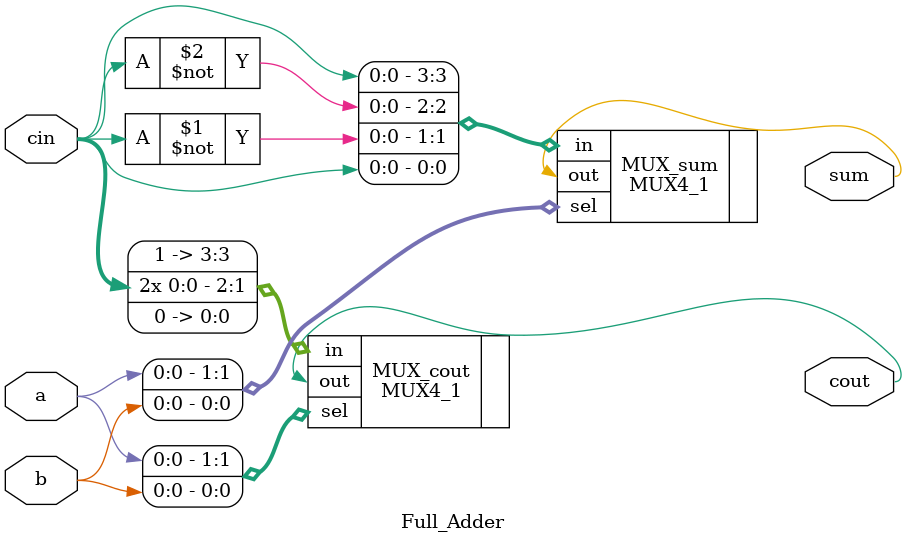
<source format=v>
`timescale 1ns / 1ps


module Full_Adder(
    output sum, cout,
    input a, b, cin
    );
    
    MUX4_1 MUX_cout(.in({1'b1, cin, cin, 1'b0}), .sel({a, b}), .out(cout));
    MUX4_1 MUX_sum(.in({cin, ~cin, ~cin, cin}), .sel({a, b}), .out(sum));
     
endmodule

</source>
